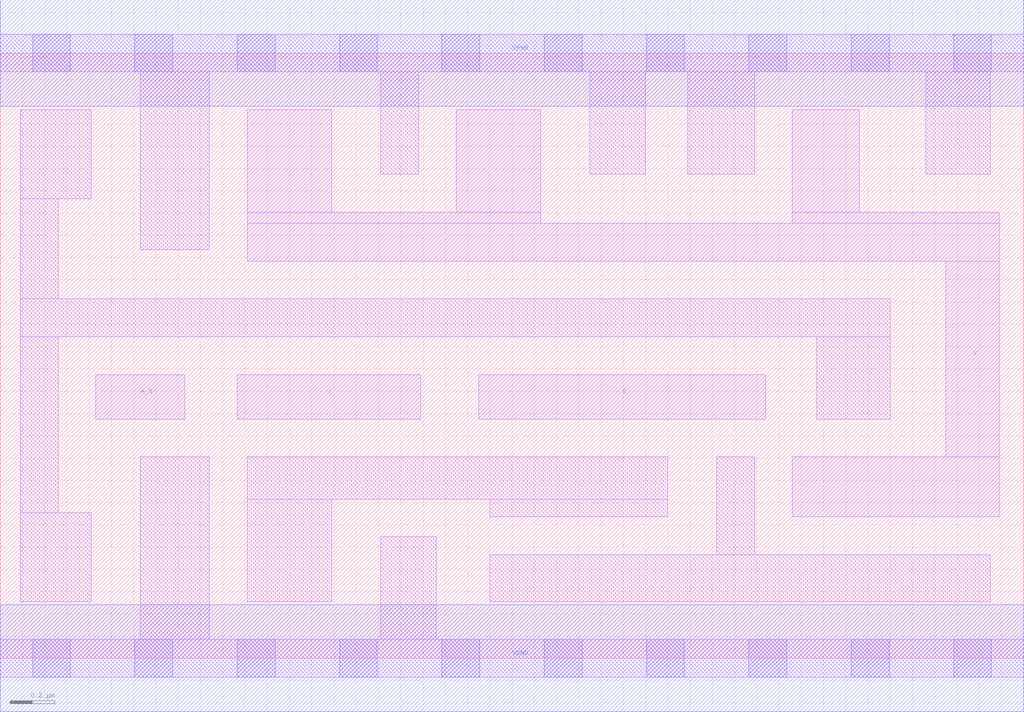
<source format=lef>
# Copyright 2020 The SkyWater PDK Authors
#
# Licensed under the Apache License, Version 2.0 (the "License");
# you may not use this file except in compliance with the License.
# You may obtain a copy of the License at
#
#     https://www.apache.org/licenses/LICENSE-2.0
#
# Unless required by applicable law or agreed to in writing, software
# distributed under the License is distributed on an "AS IS" BASIS,
# WITHOUT WARRANTIES OR CONDITIONS OF ANY KIND, either express or implied.
# See the License for the specific language governing permissions and
# limitations under the License.
#
# SPDX-License-Identifier: Apache-2.0

VERSION 5.7 ;
BUSBITCHARS "[]" ;
DIVIDERCHAR "/" ;
PROPERTYDEFINITIONS
  MACRO maskLayoutSubType STRING ;
  MACRO prCellType STRING ;
  MACRO originalViewName STRING ;
END PROPERTYDEFINITIONS
MACRO sky130_fd_sc_hdll__nand3b_2
  ORIGIN  0.000000  0.000000 ;
  CLASS CORE ;
  SYMMETRY X Y R90 ;
  SIZE  4.600000 BY  2.720000 ;
  SITE unithd ;
  PIN A_N
    ANTENNAGATEAREA  0.138600 ;
    DIRECTION INPUT ;
    USE SIGNAL ;
    PORT
      LAYER li1 ;
        RECT 0.430000 1.075000 0.830000 1.275000 ;
    END
  END A_N
  PIN B
    ANTENNAGATEAREA  0.555000 ;
    DIRECTION INPUT ;
    USE SIGNAL ;
    PORT
      LAYER li1 ;
        RECT 2.150000 1.075000 3.440000 1.275000 ;
    END
  END B
  PIN C
    ANTENNAGATEAREA  0.555000 ;
    DIRECTION INPUT ;
    USE SIGNAL ;
    PORT
      LAYER li1 ;
        RECT 1.065000 1.075000 1.890000 1.275000 ;
    END
  END C
  PIN VGND
    DIRECTION INOUT ;
    USE SIGNAL ;
    PORT
      LAYER met1 ;
        RECT 0.000000 -0.240000 4.600000 0.240000 ;
    END
  END VGND
  PIN VPWR
    DIRECTION INOUT ;
    USE SIGNAL ;
    PORT
      LAYER met1 ;
        RECT 0.000000 2.480000 4.600000 2.960000 ;
    END
  END VPWR
  PIN Y
    ANTENNADIFFAREA  1.110500 ;
    DIRECTION OUTPUT ;
    USE SIGNAL ;
    PORT
      LAYER li1 ;
        RECT 1.110000 1.785000 4.490000 1.955000 ;
        RECT 1.110000 1.955000 2.430000 2.005000 ;
        RECT 1.110000 2.005000 1.490000 2.465000 ;
        RECT 2.050000 2.005000 2.430000 2.465000 ;
        RECT 3.560000 0.635000 4.490000 0.905000 ;
        RECT 3.560000 1.955000 4.490000 2.005000 ;
        RECT 3.560000 2.005000 3.860000 2.465000 ;
        RECT 4.250000 0.905000 4.490000 1.785000 ;
    END
  END Y
  OBS
    LAYER li1 ;
      RECT 0.000000 -0.085000 4.600000 0.085000 ;
      RECT 0.000000  2.635000 4.600000 2.805000 ;
      RECT 0.090000  0.255000 0.410000 0.655000 ;
      RECT 0.090000  0.655000 0.260000 1.445000 ;
      RECT 0.090000  1.445000 4.000000 1.615000 ;
      RECT 0.090000  1.615000 0.260000 2.065000 ;
      RECT 0.090000  2.065000 0.410000 2.465000 ;
      RECT 0.630000  0.085000 0.940000 0.905000 ;
      RECT 0.630000  1.835000 0.940000 2.635000 ;
      RECT 1.110000  0.255000 1.490000 0.715000 ;
      RECT 1.110000  0.715000 3.000000 0.905000 ;
      RECT 1.710000  0.085000 1.960000 0.545000 ;
      RECT 1.710000  2.175000 1.880000 2.635000 ;
      RECT 2.200000  0.255000 4.450000 0.465000 ;
      RECT 2.200000  0.635000 3.000000 0.715000 ;
      RECT 2.650000  2.175000 2.900000 2.635000 ;
      RECT 3.090000  2.175000 3.390000 2.635000 ;
      RECT 3.220000  0.465000 3.390000 0.905000 ;
      RECT 3.670000  1.075000 4.000000 1.445000 ;
      RECT 4.160000  2.175000 4.450000 2.635000 ;
    LAYER mcon ;
      RECT 0.145000 -0.085000 0.315000 0.085000 ;
      RECT 0.145000  2.635000 0.315000 2.805000 ;
      RECT 0.605000 -0.085000 0.775000 0.085000 ;
      RECT 0.605000  2.635000 0.775000 2.805000 ;
      RECT 1.065000 -0.085000 1.235000 0.085000 ;
      RECT 1.065000  2.635000 1.235000 2.805000 ;
      RECT 1.525000 -0.085000 1.695000 0.085000 ;
      RECT 1.525000  2.635000 1.695000 2.805000 ;
      RECT 1.985000 -0.085000 2.155000 0.085000 ;
      RECT 1.985000  2.635000 2.155000 2.805000 ;
      RECT 2.445000 -0.085000 2.615000 0.085000 ;
      RECT 2.445000  2.635000 2.615000 2.805000 ;
      RECT 2.905000 -0.085000 3.075000 0.085000 ;
      RECT 2.905000  2.635000 3.075000 2.805000 ;
      RECT 3.365000 -0.085000 3.535000 0.085000 ;
      RECT 3.365000  2.635000 3.535000 2.805000 ;
      RECT 3.825000 -0.085000 3.995000 0.085000 ;
      RECT 3.825000  2.635000 3.995000 2.805000 ;
      RECT 4.285000 -0.085000 4.455000 0.085000 ;
      RECT 4.285000  2.635000 4.455000 2.805000 ;
  END
  PROPERTY maskLayoutSubType "abstract" ;
  PROPERTY prCellType "standard" ;
  PROPERTY originalViewName "layout" ;
END sky130_fd_sc_hdll__nand3b_2

</source>
